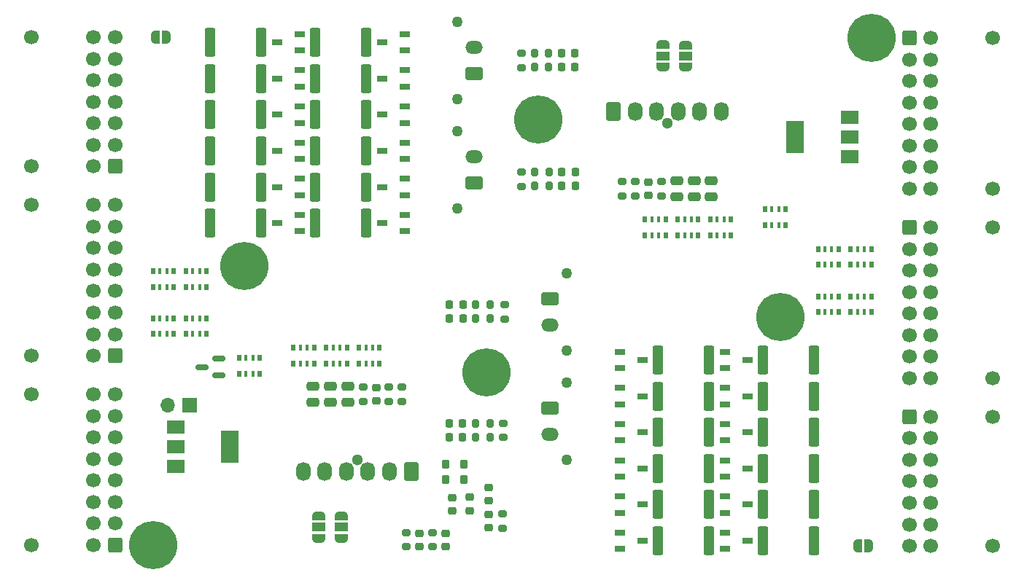
<source format=gbr>
%TF.GenerationSoftware,KiCad,Pcbnew,(6.0.9)*%
%TF.CreationDate,2023-05-23T15:00:07+02:00*%
%TF.ProjectId,bms_monitor,626d735f-6d6f-46e6-9974-6f722e6b6963,rev?*%
%TF.SameCoordinates,Original*%
%TF.FileFunction,Soldermask,Bot*%
%TF.FilePolarity,Negative*%
%FSLAX46Y46*%
G04 Gerber Fmt 4.6, Leading zero omitted, Abs format (unit mm)*
G04 Created by KiCad (PCBNEW (6.0.9)) date 2023-05-23 15:00:07*
%MOMM*%
%LPD*%
G01*
G04 APERTURE LIST*
G04 Aperture macros list*
%AMRoundRect*
0 Rectangle with rounded corners*
0 $1 Rounding radius*
0 $2 $3 $4 $5 $6 $7 $8 $9 X,Y pos of 4 corners*
0 Add a 4 corners polygon primitive as box body*
4,1,4,$2,$3,$4,$5,$6,$7,$8,$9,$2,$3,0*
0 Add four circle primitives for the rounded corners*
1,1,$1+$1,$2,$3*
1,1,$1+$1,$4,$5*
1,1,$1+$1,$6,$7*
1,1,$1+$1,$8,$9*
0 Add four rect primitives between the rounded corners*
20,1,$1+$1,$2,$3,$4,$5,0*
20,1,$1+$1,$4,$5,$6,$7,0*
20,1,$1+$1,$6,$7,$8,$9,0*
20,1,$1+$1,$8,$9,$2,$3,0*%
%AMFreePoly0*
4,1,22,0.500000,-0.750000,0.000000,-0.750000,0.000000,-0.745033,-0.079941,-0.743568,-0.215256,-0.701293,-0.333266,-0.622738,-0.424486,-0.514219,-0.481581,-0.384460,-0.499164,-0.250000,-0.500000,-0.250000,-0.500000,0.250000,-0.499164,0.250000,-0.499963,0.256109,-0.478152,0.396186,-0.417904,0.524511,-0.324060,0.630769,-0.204165,0.706417,-0.067858,0.745374,0.000000,0.744959,0.000000,0.750000,
0.500000,0.750000,0.500000,-0.750000,0.500000,-0.750000,$1*%
%AMFreePoly1*
4,1,20,0.000000,0.744959,0.073905,0.744508,0.209726,0.703889,0.328688,0.626782,0.421226,0.519385,0.479903,0.390333,0.500000,0.250000,0.500000,-0.250000,0.499851,-0.262216,0.476331,-0.402017,0.414519,-0.529596,0.319384,-0.634700,0.198574,-0.708877,0.061801,-0.746166,0.000000,-0.745033,0.000000,-0.750000,-0.500000,-0.750000,-0.500000,0.750000,0.000000,0.750000,0.000000,0.744959,
0.000000,0.744959,$1*%
%AMFreePoly2*
4,1,22,0.550000,-0.750000,0.000000,-0.750000,0.000000,-0.745033,-0.079941,-0.743568,-0.215256,-0.701293,-0.333266,-0.622738,-0.424486,-0.514219,-0.481581,-0.384460,-0.499164,-0.250000,-0.500000,-0.250000,-0.500000,0.250000,-0.499164,0.250000,-0.499963,0.256109,-0.478152,0.396186,-0.417904,0.524511,-0.324060,0.630769,-0.204165,0.706417,-0.067858,0.745374,0.000000,0.744959,0.000000,0.750000,
0.550000,0.750000,0.550000,-0.750000,0.550000,-0.750000,$1*%
%AMFreePoly3*
4,1,20,0.000000,0.744959,0.073905,0.744508,0.209726,0.703889,0.328688,0.626782,0.421226,0.519385,0.479903,0.390333,0.500000,0.250000,0.500000,-0.250000,0.499851,-0.262216,0.476331,-0.402017,0.414519,-0.529596,0.319384,-0.634700,0.198574,-0.708877,0.061801,-0.746166,0.000000,-0.745033,0.000000,-0.750000,-0.550000,-0.750000,-0.550000,0.750000,0.000000,0.750000,0.000000,0.744959,
0.000000,0.744959,$1*%
G04 Aperture macros list end*
%ADD10R,2.000000X3.800000*%
%ADD11R,2.000000X1.500000*%
%ADD12RoundRect,0.225000X0.225000X0.250000X-0.225000X0.250000X-0.225000X-0.250000X0.225000X-0.250000X0*%
%ADD13RoundRect,0.200000X-0.275000X0.200000X-0.275000X-0.200000X0.275000X-0.200000X0.275000X0.200000X0*%
%ADD14RoundRect,0.200000X0.275000X-0.200000X0.275000X0.200000X-0.275000X0.200000X-0.275000X-0.200000X0*%
%ADD15FreePoly0,180.000000*%
%ADD16FreePoly1,180.000000*%
%ADD17FreePoly0,0.000000*%
%ADD18FreePoly1,0.000000*%
%ADD19RoundRect,0.225000X0.225000X-0.275000X0.225000X0.275000X-0.225000X0.275000X-0.225000X-0.275000X0*%
%ADD20C,5.600000*%
%ADD21C,1.700000*%
%ADD22RoundRect,0.250000X-0.600000X-0.600000X0.600000X-0.600000X0.600000X0.600000X-0.600000X0.600000X0*%
%ADD23C,1.270000*%
%ADD24RoundRect,0.250001X0.759999X-0.499999X0.759999X0.499999X-0.759999X0.499999X-0.759999X-0.499999X0*%
%ADD25O,2.020000X1.500000*%
%ADD26RoundRect,0.250000X0.600000X0.600000X-0.600000X0.600000X-0.600000X-0.600000X0.600000X-0.600000X0*%
%ADD27C,1.300000*%
%ADD28RoundRect,0.250000X-0.600000X0.850000X-0.600000X-0.850000X0.600000X-0.850000X0.600000X0.850000X0*%
%ADD29O,1.700000X2.200000*%
%ADD30RoundRect,0.250000X0.600000X-0.850000X0.600000X0.850000X-0.600000X0.850000X-0.600000X-0.850000X0*%
%ADD31RoundRect,0.250001X-0.759999X0.499999X-0.759999X-0.499999X0.759999X-0.499999X0.759999X0.499999X0*%
%ADD32R,1.700000X1.700000*%
%ADD33O,1.700000X1.700000*%
%ADD34RoundRect,0.250000X0.362500X1.425000X-0.362500X1.425000X-0.362500X-1.425000X0.362500X-1.425000X0*%
%ADD35R,1.220000X0.650000*%
%ADD36FreePoly2,90.000000*%
%ADD37R,1.500000X1.000000*%
%ADD38FreePoly3,90.000000*%
%ADD39RoundRect,0.250000X-0.362500X-1.425000X0.362500X-1.425000X0.362500X1.425000X-0.362500X1.425000X0*%
%ADD40RoundRect,0.200000X0.200000X0.275000X-0.200000X0.275000X-0.200000X-0.275000X0.200000X-0.275000X0*%
%ADD41R,0.500000X0.800000*%
%ADD42R,0.400000X0.800000*%
%ADD43RoundRect,0.250000X-0.475000X0.250000X-0.475000X-0.250000X0.475000X-0.250000X0.475000X0.250000X0*%
%ADD44RoundRect,0.200000X-0.200000X-0.275000X0.200000X-0.275000X0.200000X0.275000X-0.200000X0.275000X0*%
%ADD45RoundRect,0.225000X0.250000X-0.225000X0.250000X0.225000X-0.250000X0.225000X-0.250000X-0.225000X0*%
%ADD46RoundRect,0.150000X0.587500X0.150000X-0.587500X0.150000X-0.587500X-0.150000X0.587500X-0.150000X0*%
%ADD47RoundRect,0.225000X-0.225000X-0.250000X0.225000X-0.250000X0.225000X0.250000X-0.225000X0.250000X0*%
%ADD48RoundRect,0.225000X-0.250000X0.225000X-0.250000X-0.225000X0.250000X-0.225000X0.250000X0.225000X0*%
%ADD49FreePoly2,270.000000*%
%ADD50FreePoly3,270.000000*%
%ADD51RoundRect,0.250000X0.475000X-0.250000X0.475000X0.250000X-0.475000X0.250000X-0.475000X-0.250000X0*%
G04 APERTURE END LIST*
D10*
%TO.C,Q2*%
X170350000Y-76600000D03*
D11*
X176650000Y-78900000D03*
X176650000Y-76600000D03*
X176650000Y-74300000D03*
%TD*%
D12*
%TO.C,C18*%
X131775000Y-97700000D03*
X130225000Y-97700000D03*
%TD*%
D13*
%TO.C,R33*%
X138557000Y-66866000D03*
X138557000Y-68516000D03*
%TD*%
%TO.C,R32*%
X138582400Y-80683600D03*
X138582400Y-82333600D03*
%TD*%
D14*
%TO.C,R31*%
X136601200Y-97726000D03*
X136601200Y-96076000D03*
%TD*%
%TO.C,R30*%
X136448800Y-111518200D03*
X136448800Y-109868200D03*
%TD*%
D10*
%TO.C,Q1*%
X104724200Y-112598200D03*
D11*
X98424200Y-110298200D03*
X98424200Y-112598200D03*
X98424200Y-114898200D03*
%TD*%
D15*
%TO.C,JP18*%
X178907200Y-124104400D03*
D16*
X177607200Y-124104400D03*
%TD*%
D17*
%TO.C,JP17*%
X96073200Y-64973200D03*
D18*
X97373200Y-64973200D03*
%TD*%
D19*
%TO.C,U3*%
X131902200Y-116408200D03*
X129802200Y-116408200D03*
X129802200Y-114608200D03*
X131902200Y-114608200D03*
%TD*%
D20*
%TO.C,H5*%
X168630600Y-97500000D03*
%TD*%
D21*
%TO.C,J10*%
X193280000Y-82600000D03*
X193280000Y-65100000D03*
D22*
X183600000Y-65100000D03*
D21*
X183600000Y-67600000D03*
X183600000Y-70100000D03*
X183600000Y-72600000D03*
X183600000Y-75100000D03*
X183600000Y-77600000D03*
X183600000Y-80100000D03*
X183600000Y-82600000D03*
X186100000Y-65100000D03*
X186100000Y-67600000D03*
X186100000Y-70100000D03*
X186100000Y-72600000D03*
X186100000Y-75100000D03*
X186100000Y-77600000D03*
X186100000Y-80100000D03*
X186100000Y-82600000D03*
%TD*%
D23*
%TO.C,J2*%
X131140000Y-72200000D03*
X131140000Y-63200000D03*
D24*
X133100000Y-69200000D03*
D25*
X133100000Y-66200000D03*
%TD*%
D21*
%TO.C,J6*%
X81720000Y-124000000D03*
X81720000Y-106500000D03*
D26*
X91400000Y-124000000D03*
D21*
X91400000Y-121500000D03*
X91400000Y-119000000D03*
X91400000Y-116500000D03*
X91400000Y-114000000D03*
X91400000Y-111500000D03*
X91400000Y-109000000D03*
X91400000Y-106500000D03*
X88900000Y-124000000D03*
X88900000Y-121500000D03*
X88900000Y-119000000D03*
X88900000Y-116500000D03*
X88900000Y-114000000D03*
X88900000Y-111500000D03*
X88900000Y-109000000D03*
X88900000Y-106500000D03*
%TD*%
%TO.C,J5*%
X81720000Y-65000000D03*
X81720000Y-80000000D03*
D26*
X91400000Y-80000000D03*
D21*
X91400000Y-77500000D03*
X91400000Y-75000000D03*
X91400000Y-72500000D03*
X91400000Y-70000000D03*
X91400000Y-67500000D03*
X91400000Y-65000000D03*
X88900000Y-80000000D03*
X88900000Y-77500000D03*
X88900000Y-75000000D03*
X88900000Y-72500000D03*
X88900000Y-70000000D03*
X88900000Y-67500000D03*
X88900000Y-65000000D03*
%TD*%
%TO.C,J9*%
X193280000Y-109100000D03*
X193280000Y-124100000D03*
D22*
X183600000Y-109100000D03*
D21*
X183600000Y-111600000D03*
X183600000Y-114100000D03*
X183600000Y-116600000D03*
X183600000Y-119100000D03*
X183600000Y-121600000D03*
X183600000Y-124100000D03*
X186100000Y-109100000D03*
X186100000Y-111600000D03*
X186100000Y-114100000D03*
X186100000Y-116600000D03*
X186100000Y-119100000D03*
X186100000Y-121600000D03*
X186100000Y-124100000D03*
%TD*%
D23*
%TO.C,J1*%
X131136000Y-75915000D03*
X131136000Y-84915000D03*
D24*
X133096000Y-81915000D03*
D25*
X133096000Y-78915000D03*
%TD*%
D27*
%TO.C,J8*%
X119500000Y-114090000D03*
D28*
X125750000Y-115430000D03*
D29*
X123250000Y-115430000D03*
X120750000Y-115430000D03*
X118250000Y-115430000D03*
X115750000Y-115430000D03*
X113250000Y-115430000D03*
%TD*%
D20*
%TO.C,H2*%
X106400600Y-91600000D03*
%TD*%
D27*
%TO.C,J12*%
X155500000Y-75010000D03*
D30*
X149250000Y-73670000D03*
D29*
X151750000Y-73670000D03*
X154250000Y-73670000D03*
X156750000Y-73670000D03*
X159250000Y-73670000D03*
X161750000Y-73670000D03*
%TD*%
D20*
%TO.C,H6*%
X179200000Y-65100000D03*
%TD*%
%TO.C,H4*%
X140500000Y-74600000D03*
%TD*%
D21*
%TO.C,J11*%
X193280000Y-87100000D03*
X193280000Y-104600000D03*
D22*
X183600000Y-87100000D03*
D21*
X183600000Y-89600000D03*
X183600000Y-92100000D03*
X183600000Y-94600000D03*
X183600000Y-97100000D03*
X183600000Y-99600000D03*
X183600000Y-102100000D03*
X183600000Y-104600000D03*
X186100000Y-87100000D03*
X186100000Y-89600000D03*
X186100000Y-92100000D03*
X186100000Y-94600000D03*
X186100000Y-97100000D03*
X186100000Y-99600000D03*
X186100000Y-102100000D03*
X186100000Y-104600000D03*
%TD*%
D23*
%TO.C,J4*%
X143860000Y-92400000D03*
X143860000Y-101400000D03*
D31*
X141900000Y-95400000D03*
D25*
X141900000Y-98400000D03*
%TD*%
D32*
%TO.C,J14*%
X100081000Y-107746800D03*
D33*
X97541000Y-107746800D03*
%TD*%
D20*
%TO.C,H3*%
X95800000Y-124000000D03*
%TD*%
%TO.C,H1*%
X134493000Y-103936800D03*
%TD*%
D23*
%TO.C,J3*%
X143860000Y-105102400D03*
X143860000Y-114102400D03*
D31*
X141900000Y-108102400D03*
D25*
X141900000Y-111102400D03*
%TD*%
D21*
%TO.C,J7*%
X81720000Y-102000000D03*
X81720000Y-84500000D03*
D26*
X91400000Y-102000000D03*
D21*
X91400000Y-99500000D03*
X91400000Y-97000000D03*
X91400000Y-94500000D03*
X91400000Y-92000000D03*
X91400000Y-89500000D03*
X91400000Y-87000000D03*
X91400000Y-84500000D03*
X88900000Y-102000000D03*
X88900000Y-99500000D03*
X88900000Y-97000000D03*
X88900000Y-94500000D03*
X88900000Y-92000000D03*
X88900000Y-89500000D03*
X88900000Y-87000000D03*
X88900000Y-84500000D03*
%TD*%
D34*
%TO.C,Rda8*%
X108362500Y-69800000D03*
X102437500Y-69800000D03*
%TD*%
D35*
%TO.C,Qdb8*%
X162190000Y-120250000D03*
X162190000Y-118350000D03*
X164810000Y-119300000D03*
%TD*%
%TO.C,Qda6*%
X112810000Y-73050000D03*
X112810000Y-74950000D03*
X110190000Y-74000000D03*
%TD*%
D36*
%TO.C,JP13*%
X115052100Y-123220000D03*
D37*
X115052100Y-121920000D03*
D38*
X115052100Y-120620000D03*
%TD*%
D35*
%TO.C,Qdb4*%
X162190000Y-111850000D03*
X162190000Y-109950000D03*
X164810000Y-110900000D03*
%TD*%
D39*
%TO.C,Rdb7*%
X154437500Y-115100000D03*
X160362500Y-115100000D03*
%TD*%
D40*
%TO.C,R12*%
X134925000Y-96100000D03*
X133275000Y-96100000D03*
%TD*%
D41*
%TO.C,RN22*%
X169246400Y-86817200D03*
D42*
X168446400Y-86817200D03*
X167646400Y-86817200D03*
D41*
X166846400Y-86817200D03*
X166846400Y-85017200D03*
D42*
X167646400Y-85017200D03*
X168446400Y-85017200D03*
D41*
X169246400Y-85017200D03*
%TD*%
D43*
%TO.C,C13*%
X116400000Y-105550000D03*
X116400000Y-107450000D03*
%TD*%
D39*
%TO.C,Rdb3*%
X154437500Y-106700000D03*
X160362500Y-106700000D03*
%TD*%
%TO.C,Rdb8*%
X166637500Y-119300000D03*
X172562500Y-119300000D03*
%TD*%
D41*
%TO.C,CN12*%
X175400000Y-91450000D03*
D42*
X174600000Y-91450000D03*
X173800000Y-91450000D03*
D41*
X173000000Y-91450000D03*
X173000000Y-89650000D03*
D42*
X173800000Y-89650000D03*
X174600000Y-89650000D03*
D41*
X175400000Y-89650000D03*
%TD*%
D36*
%TO.C,JP14*%
X117703600Y-123220000D03*
D37*
X117703600Y-121920000D03*
D38*
X117703600Y-120620000D03*
%TD*%
D13*
%TO.C,R6*%
X123200000Y-105675000D03*
X123200000Y-107325000D03*
%TD*%
D35*
%TO.C,Qdb10*%
X162190000Y-124450000D03*
X162190000Y-122550000D03*
X164810000Y-123500000D03*
%TD*%
D39*
%TO.C,Rdb4*%
X166637500Y-110900000D03*
X172562500Y-110900000D03*
%TD*%
D13*
%TO.C,R29*%
X136347200Y-120383800D03*
X136347200Y-122033800D03*
%TD*%
D44*
%TO.C,R25*%
X140075000Y-68500000D03*
X141725000Y-68500000D03*
%TD*%
D41*
%TO.C,RN12*%
X159100000Y-88000000D03*
D42*
X158300000Y-88000000D03*
X157500000Y-88000000D03*
D41*
X156700000Y-88000000D03*
X156700000Y-86200000D03*
D42*
X157500000Y-86200000D03*
X158300000Y-86200000D03*
D41*
X159100000Y-86200000D03*
%TD*%
D45*
%TO.C,C4*%
X130505200Y-120053400D03*
X130505200Y-118503400D03*
%TD*%
D44*
%TO.C,R9*%
X133250000Y-111500000D03*
X134900000Y-111500000D03*
%TD*%
D46*
%TO.C,Q3*%
X103401100Y-102377200D03*
X103401100Y-104277200D03*
X101526100Y-103327200D03*
%TD*%
D39*
%TO.C,Rdb11*%
X154437500Y-123500000D03*
X160362500Y-123500000D03*
%TD*%
D35*
%TO.C,Qda5*%
X125010000Y-77250000D03*
X125010000Y-79150000D03*
X122390000Y-78200000D03*
%TD*%
D41*
%TO.C,CN13*%
X179200000Y-91450000D03*
D42*
X178400000Y-91450000D03*
X177600000Y-91450000D03*
D41*
X176800000Y-91450000D03*
X176800000Y-89650000D03*
D42*
X177600000Y-89650000D03*
X178400000Y-89650000D03*
D41*
X179200000Y-89650000D03*
%TD*%
D34*
%TO.C,Rda6*%
X108362500Y-74000000D03*
X102437500Y-74000000D03*
%TD*%
D35*
%TO.C,Qda4*%
X112810000Y-77250000D03*
X112810000Y-79150000D03*
X110190000Y-78200000D03*
%TD*%
D47*
%TO.C,C38*%
X143225000Y-66900000D03*
X144775000Y-66900000D03*
%TD*%
D34*
%TO.C,Rda4*%
X108362500Y-78200000D03*
X102437500Y-78200000D03*
%TD*%
D40*
%TO.C,R24*%
X141725000Y-66900000D03*
X140075000Y-66900000D03*
%TD*%
D35*
%TO.C,Qda8*%
X112810000Y-68850000D03*
X112810000Y-70750000D03*
X110190000Y-69800000D03*
%TD*%
D34*
%TO.C,Rda3*%
X120562500Y-82400000D03*
X114637500Y-82400000D03*
%TD*%
D41*
%TO.C,CN6*%
X99600000Y-97650000D03*
D42*
X100400000Y-97650000D03*
X101200000Y-97650000D03*
D41*
X102000000Y-97650000D03*
X102000000Y-99450000D03*
D42*
X101200000Y-99450000D03*
X100400000Y-99450000D03*
D41*
X99600000Y-99450000D03*
%TD*%
D35*
%TO.C,Qdb3*%
X149990000Y-107650000D03*
X149990000Y-105750000D03*
X152610000Y-106700000D03*
%TD*%
%TO.C,Qda9*%
X125010000Y-68850000D03*
X125010000Y-70750000D03*
X122390000Y-69800000D03*
%TD*%
D41*
%TO.C,CN7*%
X95800000Y-97650000D03*
D42*
X96600000Y-97650000D03*
X97400000Y-97650000D03*
D41*
X98200000Y-97650000D03*
X98200000Y-99450000D03*
D42*
X97400000Y-99450000D03*
X96600000Y-99450000D03*
D41*
X95800000Y-99450000D03*
%TD*%
D35*
%TO.C,Qdb7*%
X149990000Y-116050000D03*
X149990000Y-114150000D03*
X152610000Y-115100000D03*
%TD*%
D39*
%TO.C,Rdb1*%
X154437500Y-102500000D03*
X160362500Y-102500000D03*
%TD*%
D35*
%TO.C,Qda10*%
X112810000Y-64650000D03*
X112810000Y-66550000D03*
X110190000Y-65600000D03*
%TD*%
D41*
%TO.C,RN2*%
X115900000Y-101100000D03*
D42*
X116700000Y-101100000D03*
X117500000Y-101100000D03*
D41*
X118300000Y-101100000D03*
X118300000Y-102900000D03*
D42*
X117500000Y-102900000D03*
X116700000Y-102900000D03*
D41*
X115900000Y-102900000D03*
%TD*%
D39*
%TO.C,Rdb5*%
X154437500Y-110900000D03*
X160362500Y-110900000D03*
%TD*%
%TO.C,Rdb2*%
X166637500Y-106700000D03*
X172562500Y-106700000D03*
%TD*%
D41*
%TO.C,RN11*%
X155300000Y-88000000D03*
D42*
X154500000Y-88000000D03*
X153700000Y-88000000D03*
D41*
X152900000Y-88000000D03*
X152900000Y-86200000D03*
D42*
X153700000Y-86200000D03*
X154500000Y-86200000D03*
D41*
X155300000Y-86200000D03*
%TD*%
D43*
%TO.C,C12*%
X118400000Y-105550000D03*
X118400000Y-107450000D03*
%TD*%
D45*
%TO.C,C7*%
X134772400Y-118885000D03*
X134772400Y-117335000D03*
%TD*%
D41*
%TO.C,CN5*%
X102000000Y-94000000D03*
D42*
X101200000Y-94000000D03*
X100400000Y-94000000D03*
D41*
X99600000Y-94000000D03*
X99600000Y-92200000D03*
D42*
X100400000Y-92200000D03*
X101200000Y-92200000D03*
D41*
X102000000Y-92200000D03*
%TD*%
%TO.C,RN17*%
X105784800Y-102274800D03*
D42*
X106584800Y-102274800D03*
X107384800Y-102274800D03*
D41*
X108184800Y-102274800D03*
X108184800Y-104074800D03*
D42*
X107384800Y-104074800D03*
X106584800Y-104074800D03*
D41*
X105784800Y-104074800D03*
%TD*%
D40*
%TO.C,R10*%
X134900000Y-109900000D03*
X133250000Y-109900000D03*
%TD*%
D47*
%TO.C,C42*%
X143250000Y-80700000D03*
X144800000Y-80700000D03*
%TD*%
D35*
%TO.C,Qda11*%
X125010000Y-64650000D03*
X125010000Y-66550000D03*
X122390000Y-65600000D03*
%TD*%
%TO.C,Qdb11*%
X149990000Y-124450000D03*
X149990000Y-122550000D03*
X152610000Y-123500000D03*
%TD*%
D14*
%TO.C,R1*%
X125171200Y-124218200D03*
X125171200Y-122568200D03*
%TD*%
D41*
%TO.C,CN10*%
X176800000Y-95100000D03*
D42*
X177600000Y-95100000D03*
X178400000Y-95100000D03*
D41*
X179200000Y-95100000D03*
X179200000Y-96900000D03*
D42*
X178400000Y-96900000D03*
X177600000Y-96900000D03*
D41*
X176800000Y-96900000D03*
%TD*%
D47*
%TO.C,C37*%
X143250000Y-82300000D03*
X144800000Y-82300000D03*
%TD*%
D35*
%TO.C,Qda2*%
X112810000Y-81450000D03*
X112810000Y-83350000D03*
X110190000Y-82400000D03*
%TD*%
D48*
%TO.C,C6*%
X134772400Y-120433800D03*
X134772400Y-121983800D03*
%TD*%
D39*
%TO.C,Rdb0*%
X166637500Y-102500000D03*
X172562500Y-102500000D03*
%TD*%
D49*
%TO.C,JP16*%
X155000700Y-65883000D03*
D37*
X155000700Y-67183000D03*
D50*
X155000700Y-68483000D03*
%TD*%
D51*
%TO.C,C34*%
X160600000Y-83550000D03*
X160600000Y-81650000D03*
%TD*%
D35*
%TO.C,Qdb0*%
X162190000Y-103450000D03*
X162190000Y-101550000D03*
X164810000Y-102500000D03*
%TD*%
%TO.C,Qda7*%
X125010000Y-73050000D03*
X125010000Y-74950000D03*
X122390000Y-74000000D03*
%TD*%
D41*
%TO.C,RN1*%
X119700000Y-101100000D03*
D42*
X120500000Y-101100000D03*
X121300000Y-101100000D03*
D41*
X122100000Y-101100000D03*
X122100000Y-102900000D03*
D42*
X121300000Y-102900000D03*
X120500000Y-102900000D03*
D41*
X119700000Y-102900000D03*
%TD*%
D39*
%TO.C,Rdb9*%
X154437500Y-119300000D03*
X160362500Y-119300000D03*
%TD*%
%TO.C,Rdb10*%
X166637500Y-123500000D03*
X172562500Y-123500000D03*
%TD*%
D12*
%TO.C,C17*%
X131750000Y-109900000D03*
X130200000Y-109900000D03*
%TD*%
D35*
%TO.C,Qdb2*%
X162190000Y-107650000D03*
X162190000Y-105750000D03*
X164810000Y-106700000D03*
%TD*%
D45*
%TO.C,C8*%
X129743200Y-124168200D03*
X129743200Y-122618200D03*
%TD*%
D35*
%TO.C,Qda0*%
X112810000Y-85650000D03*
X112810000Y-87550000D03*
X110190000Y-86600000D03*
%TD*%
D41*
%TO.C,RN13*%
X162900000Y-88000000D03*
D42*
X162100000Y-88000000D03*
X161300000Y-88000000D03*
D41*
X160500000Y-88000000D03*
X160500000Y-86200000D03*
D42*
X161300000Y-86200000D03*
X162100000Y-86200000D03*
D41*
X162900000Y-86200000D03*
%TD*%
D35*
%TO.C,Qdb1*%
X149990000Y-103450000D03*
X149990000Y-101550000D03*
X152610000Y-102500000D03*
%TD*%
D41*
%TO.C,CN11*%
X173000000Y-95100000D03*
D42*
X173800000Y-95100000D03*
X174600000Y-95100000D03*
D41*
X175400000Y-95100000D03*
X175400000Y-96900000D03*
D42*
X174600000Y-96900000D03*
X173800000Y-96900000D03*
D41*
X173000000Y-96900000D03*
%TD*%
D48*
%TO.C,C36*%
X153300000Y-81825000D03*
X153300000Y-83375000D03*
%TD*%
D40*
%TO.C,R22*%
X141750000Y-80700000D03*
X140100000Y-80700000D03*
%TD*%
D35*
%TO.C,Qda3*%
X125010000Y-81450000D03*
X125010000Y-83350000D03*
X122390000Y-82400000D03*
%TD*%
D34*
%TO.C,Rda2*%
X108362500Y-82400000D03*
X102437500Y-82400000D03*
%TD*%
D35*
%TO.C,Qdb9*%
X149990000Y-120250000D03*
X149990000Y-118350000D03*
X152610000Y-119300000D03*
%TD*%
D34*
%TO.C,Rda1*%
X120562500Y-86600000D03*
X114637500Y-86600000D03*
%TD*%
D14*
%TO.C,R19*%
X151800000Y-83425000D03*
X151800000Y-81775000D03*
%TD*%
D41*
%TO.C,CN4*%
X98200000Y-94000000D03*
D42*
X97400000Y-94000000D03*
X96600000Y-94000000D03*
D41*
X95800000Y-94000000D03*
X95800000Y-92200000D03*
D42*
X96600000Y-92200000D03*
X97400000Y-92200000D03*
D41*
X98200000Y-92200000D03*
%TD*%
D49*
%TO.C,JP15*%
X157642300Y-65908400D03*
D37*
X157642300Y-67208400D03*
D50*
X157642300Y-68508400D03*
%TD*%
D12*
%TO.C,C22*%
X131750000Y-111500000D03*
X130200000Y-111500000D03*
%TD*%
D45*
%TO.C,C16*%
X121700000Y-107275000D03*
X121700000Y-105725000D03*
%TD*%
D14*
%TO.C,R7*%
X120200000Y-107325000D03*
X120200000Y-105675000D03*
%TD*%
D47*
%TO.C,C43*%
X143225000Y-68500000D03*
X144775000Y-68500000D03*
%TD*%
D14*
%TO.C,R18*%
X150300000Y-83425000D03*
X150300000Y-81775000D03*
%TD*%
D48*
%TO.C,C9*%
X126695200Y-122618200D03*
X126695200Y-124168200D03*
%TD*%
D39*
%TO.C,Rdb6*%
X166637500Y-115100000D03*
X172562500Y-115100000D03*
%TD*%
D34*
%TO.C,Rda9*%
X120562500Y-69800000D03*
X114637500Y-69800000D03*
%TD*%
%TO.C,Rda10*%
X108362500Y-65600000D03*
X102437500Y-65600000D03*
%TD*%
D13*
%TO.C,R20*%
X154800000Y-81775000D03*
X154800000Y-83425000D03*
%TD*%
D48*
%TO.C,C5*%
X132588000Y-118452600D03*
X132588000Y-120002600D03*
%TD*%
D34*
%TO.C,Rda0*%
X108362500Y-86600000D03*
X102437500Y-86600000D03*
%TD*%
D12*
%TO.C,C23*%
X131775000Y-96100000D03*
X130225000Y-96100000D03*
%TD*%
D34*
%TO.C,Rda11*%
X120562500Y-65600000D03*
X114637500Y-65600000D03*
%TD*%
D44*
%TO.C,R11*%
X133275000Y-97700000D03*
X134925000Y-97700000D03*
%TD*%
D13*
%TO.C,R5*%
X124700000Y-105675000D03*
X124700000Y-107325000D03*
%TD*%
D51*
%TO.C,C32*%
X156600000Y-83550000D03*
X156600000Y-81650000D03*
%TD*%
D34*
%TO.C,Rda5*%
X120562500Y-78200000D03*
X114637500Y-78200000D03*
%TD*%
D35*
%TO.C,Qda1*%
X125010000Y-85650000D03*
X125010000Y-87550000D03*
X122390000Y-86600000D03*
%TD*%
D14*
%TO.C,R2*%
X128219200Y-124218200D03*
X128219200Y-122568200D03*
%TD*%
D44*
%TO.C,R23*%
X140100000Y-82300000D03*
X141750000Y-82300000D03*
%TD*%
D35*
%TO.C,Qdb5*%
X149990000Y-111850000D03*
X149990000Y-109950000D03*
X152610000Y-110900000D03*
%TD*%
D51*
%TO.C,C33*%
X158600000Y-83550000D03*
X158600000Y-81650000D03*
%TD*%
D43*
%TO.C,C14*%
X114400000Y-105550000D03*
X114400000Y-107450000D03*
%TD*%
D35*
%TO.C,Qdb6*%
X162190000Y-116050000D03*
X162190000Y-114150000D03*
X164810000Y-115100000D03*
%TD*%
D41*
%TO.C,RN3*%
X112100000Y-101100000D03*
D42*
X112900000Y-101100000D03*
X113700000Y-101100000D03*
D41*
X114500000Y-101100000D03*
X114500000Y-102900000D03*
D42*
X113700000Y-102900000D03*
X112900000Y-102900000D03*
D41*
X112100000Y-102900000D03*
%TD*%
D34*
%TO.C,Rda7*%
X120562500Y-74000000D03*
X114637500Y-74000000D03*
%TD*%
M02*

</source>
